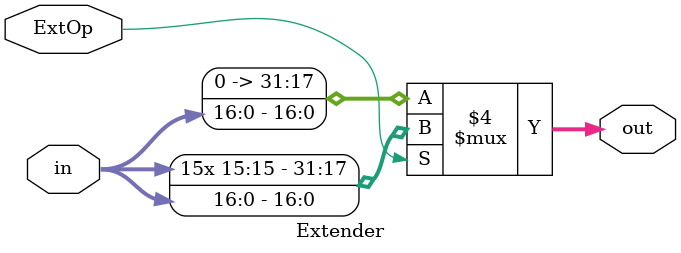
<source format=v>
/* 
This unit extendes the immediate(16 bit) to 32bit	

the extension is unsigned for logic instructions -> ExtOp = 0
the extension is signed otherwise  -> ExtOp = 1

*/
////////////////////////////////////////////////////////////////////////////////
module Extender(in,ExtOp, out);
    input [16:0] in;
    input  ExtOp;
    output reg [31:0] out;
	
	
	
	//assigns 16 additional bits which equal zeros(unsigned) or the most high bit (sign bit) for the input(signed) 
	always @(in or ExtOp)
	begin
		if(ExtOp == 1'b1)		   
			out <= {{16{in[15]}},in}; //signed extention 
	   	else	  
			   out <= { {16{1'b0}}, in };   //unsigned extention
    		     
     end 
	 
endmodule

</source>
